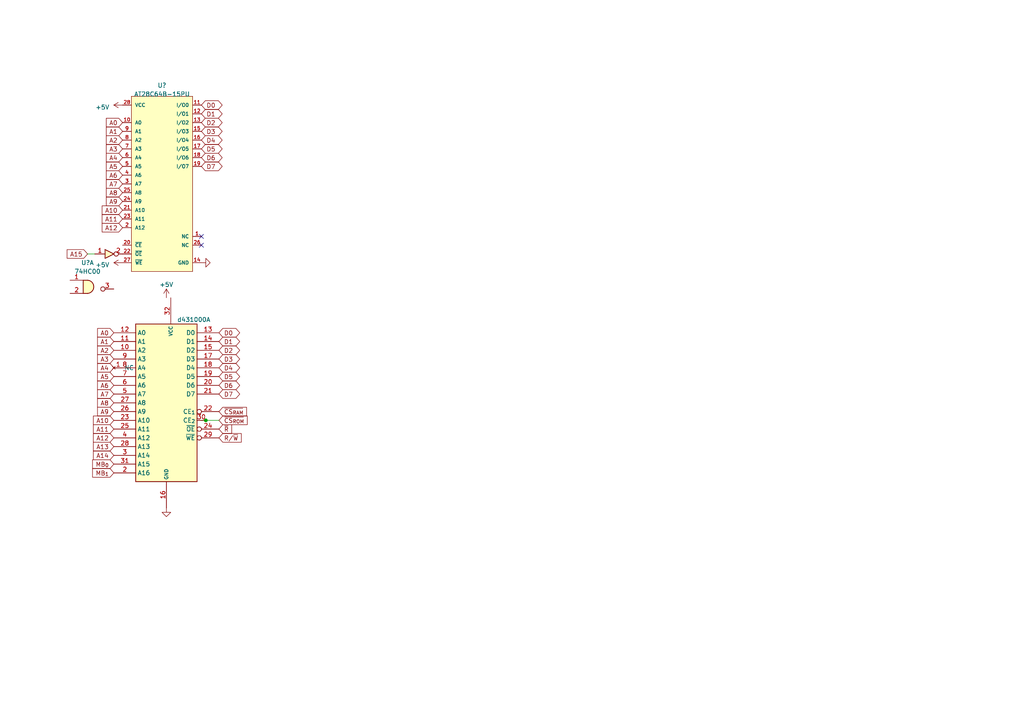
<source format=kicad_sch>
(kicad_sch (version 20230121) (generator eeschema)
  (paper "A4")
  (lib_symbols
    (symbol "74xx:74HC00" (pin_names (offset 1.016))
      (property "Reference" "U?" (at -0.0083 7.62 0))
      (property "Value" "74HC00" (at -0.0083 5.08 0))
      (symbol "74HC00_1_1"
        (arc (start 0 -1.27) (mid 1.7945 0.635) (end 0 2.54) (stroke (width 0.254)) (fill (type background)))
        (polyline (pts (xy 0 2.54) (xy -1.27 2.54) (xy -1.27 -1.27) (xy 0 -1.27)) (stroke (width 0.254)) (fill (type background)))
        (pin input line (at -5.08 2.54 0) (length 3.81) (name "~") (number "1"))
        (pin input line (at -5.08 -1.27 0) (length 3.81) (name "~") (number "2"))
        (pin output inverted (at 7.62 0 180) (length 3.81) (name "~") (number "3"))
      )
      (symbol "74HC00_1_2"
        (arc (start -3.81 -3.81) (mid -2.589 0) (end -3.81 3.81) (stroke (width 0.254)))
        (arc (start -0.6096 -3.81) (mid 2.1842 -2.5851) (end 3.81 0) (stroke (width 0.254)) (fill (type background)))
        (polyline (pts (xy -3.81 -3.81) (xy -0.635 -3.81)) (stroke (width 0.254)) (fill (type background)))
        (polyline (pts (xy -3.81 3.81) (xy -0.635 3.81)) (stroke (width 0.254)) (fill (type background)))
        (polyline (pts (xy -0.635 3.81) (xy -3.81 3.81) (xy -3.81 3.81) (xy -3.556 3.4036) (xy -3.0226 2.2606) (xy -2.6924 1.0414) (xy -2.6162 -0.254) (xy -2.7686 -1.4986) (xy -3.175 -2.7178) (xy -3.81 -3.81) (xy -3.81 -3.81) (xy -0.635 -3.81)) (stroke (width -25.4)) (fill (type background)))
        (arc (start 3.81 0) (mid 2.1915 2.5936) (end -0.6096 3.81) (stroke (width 0.254)) (fill (type background)))
        (pin input inverted (at -7.62 2.54 0) (length 4.318) (name "~") (number "1"))
        (pin input inverted (at -7.62 -2.54 0) (length 4.318) (name "~") (number "2"))
        (pin output line (at 7.62 0 180) (length 3.81) (name "~") (number "3"))
      )
      (symbol "74HC00_2_1"
        (arc (start 0 -3.81) (mid 3.7934 0) (end 0 3.81) (stroke (width 0.254)) (fill (type background)))
        (polyline (pts (xy 0 3.81) (xy -3.81 3.81) (xy -3.81 -3.81) (xy 0 -3.81)) (stroke (width 0.254)) (fill (type background)))
        (pin input line (at -7.62 2.54 0) (length 3.81) (name "~") (number "4"))
        (pin input line (at -7.62 -2.54 0) (length 3.81) (name "~") (number "5"))
        (pin output inverted (at 7.62 0 180) (length 3.81) (name "~") (number "6"))
      )
      (symbol "74HC00_2_2"
        (arc (start -3.81 -3.81) (mid -2.589 0) (end -3.81 3.81) (stroke (width 0.254)))
        (arc (start -0.6096 -3.81) (mid 2.1842 -2.5851) (end 3.81 0) (stroke (width 0.254)) (fill (type background)))
        (polyline (pts (xy -3.81 -3.81) (xy -0.635 -3.81)) (stroke (width 0.254)) (fill (type background)))
        (polyline (pts (xy -3.81 3.81) (xy -0.635 3.81)) (stroke (width 0.254)) (fill (type background)))
        (polyline (pts (xy -0.635 3.81) (xy -3.81 3.81) (xy -3.81 3.81) (xy -3.556 3.4036) (xy -3.0226 2.2606) (xy -2.6924 1.0414) (xy -2.6162 -0.254) (xy -2.7686 -1.4986) (xy -3.175 -2.7178) (xy -3.81 -3.81) (xy -3.81 -3.81) (xy -0.635 -3.81)) (stroke (width -25.4)) (fill (type background)))
        (arc (start 3.81 0) (mid 2.1915 2.5936) (end -0.6096 3.81) (stroke (width 0.254)) (fill (type background)))
        (pin input inverted (at -7.62 2.54 0) (length 4.318) (name "~") (number "4"))
        (pin input inverted (at -7.62 -2.54 0) (length 4.318) (name "~") (number "5"))
        (pin output line (at 7.62 0 180) (length 3.81) (name "~") (number "6"))
      )
      (symbol "74HC00_3_1"
        (arc (start 0 -3.81) (mid 3.7934 0) (end 0 3.81) (stroke (width 0.254)) (fill (type background)))
        (polyline (pts (xy 0 3.81) (xy -3.81 3.81) (xy -3.81 -3.81) (xy 0 -3.81)) (stroke (width 0.254)) (fill (type background)))
        (pin input line (at -7.62 -2.54 0) (length 3.81) (name "~") (number "10"))
        (pin output inverted (at 7.62 0 180) (length 3.81) (name "~") (number "8"))
        (pin input line (at -7.62 2.54 0) (length 3.81) (name "~") (number "9"))
      )
      (symbol "74HC00_3_2"
        (arc (start -3.81 -3.81) (mid -2.589 0) (end -3.81 3.81) (stroke (width 0.254)))
        (arc (start -0.6096 -3.81) (mid 2.1842 -2.5851) (end 3.81 0) (stroke (width 0.254)) (fill (type background)))
        (polyline (pts (xy -3.81 -3.81) (xy -0.635 -3.81)) (stroke (width 0.254)) (fill (type background)))
        (polyline (pts (xy -3.81 3.81) (xy -0.635 3.81)) (stroke (width 0.254)) (fill (type background)))
        (polyline (pts (xy -0.635 3.81) (xy -3.81 3.81) (xy -3.81 3.81) (xy -3.556 3.4036) (xy -3.0226 2.2606) (xy -2.6924 1.0414) (xy -2.6162 -0.254) (xy -2.7686 -1.4986) (xy -3.175 -2.7178) (xy -3.81 -3.81) (xy -3.81 -3.81) (xy -0.635 -3.81)) (stroke (width -25.4)) (fill (type background)))
        (arc (start 3.81 0) (mid 2.1915 2.5936) (end -0.6096 3.81) (stroke (width 0.254)) (fill (type background)))
        (pin input inverted (at -7.62 -2.54 0) (length 4.318) (name "~") (number "10"))
        (pin output line (at 7.62 0 180) (length 3.81) (name "~") (number "8"))
        (pin input inverted (at -7.62 2.54 0) (length 4.318) (name "~") (number "9"))
      )
      (symbol "74HC00_4_1"
        (arc (start 0 -3.81) (mid 3.7934 0) (end 0 3.81) (stroke (width 0.254)) (fill (type background)))
        (polyline (pts (xy 0 3.81) (xy -3.81 3.81) (xy -3.81 -3.81) (xy 0 -3.81)) (stroke (width 0.254)) (fill (type background)))
        (pin output inverted (at 7.62 0 180) (length 3.81) (name "~") (number "11"))
        (pin input line (at -7.62 2.54 0) (length 3.81) (name "~") (number "12"))
        (pin input line (at -7.62 -2.54 0) (length 3.81) (name "~") (number "13"))
      )
      (symbol "74HC00_4_2"
        (arc (start -3.81 -3.81) (mid -2.589 0) (end -3.81 3.81) (stroke (width 0.254)))
        (arc (start -0.6096 -3.81) (mid 2.1842 -2.5851) (end 3.81 0) (stroke (width 0.254)) (fill (type background)))
        (polyline (pts (xy -3.81 -3.81) (xy -0.635 -3.81)) (stroke (width 0.254)) (fill (type background)))
        (polyline (pts (xy -3.81 3.81) (xy -0.635 3.81)) (stroke (width 0.254)) (fill (type background)))
        (polyline (pts (xy -0.635 3.81) (xy -3.81 3.81) (xy -3.81 3.81) (xy -3.556 3.4036) (xy -3.0226 2.2606) (xy -2.6924 1.0414) (xy -2.6162 -0.254) (xy -2.7686 -1.4986) (xy -3.175 -2.7178) (xy -3.81 -3.81) (xy -3.81 -3.81) (xy -0.635 -3.81)) (stroke (width -25.4)) (fill (type background)))
        (arc (start 3.81 0) (mid 2.1915 2.5936) (end -0.6096 3.81) (stroke (width 0.254)) (fill (type background)))
        (pin output line (at 7.62 0 180) (length 3.81) (name "~") (number "11"))
        (pin input inverted (at -7.62 2.54 0) (length 4.318) (name "~") (number "12"))
        (pin input inverted (at -7.62 -2.54 0) (length 4.318) (name "~") (number "13"))
      )
      (symbol "74HC00_5_0"
        (pin power_in line (at 0 12.7 270) (length 5.08) (name "VCC") (number "14"))
        (pin power_in line (at 0 -12.7 90) (length 5.08) (name "GND") (number "7"))
      )
      (symbol "74HC00_5_1"
        (rectangle (start -5.08 7.62) (end 5.08 -7.62) (stroke (width 0.254)) (fill (type background)))
      )
    )
    (symbol "74xx:74LS04"
      (symbol "74LS04_1_0"
        (polyline (pts (xy -2.54 1.27) (xy -2.54 -1.27) (xy 0 0) (xy -2.54 1.27)) (stroke (width 0.254)) (fill (type background)))
        (pin input line (at -5.54 0 0) (length 3) (name "~") (number "1"))
        (pin output inverted (at 2.54 0 180) (length 2.5) (name "~") (number "2"))
      )
      (symbol "74LS04_2_0"
        (polyline (pts (xy -3.81 3.81) (xy -3.81 -3.81) (xy 3.81 0) (xy -3.81 3.81)) (stroke (width 0.254)) (fill (type background)))
        (pin input line (at -7.62 0 0) (length 3.81) (name "~") (number "3"))
        (pin output inverted (at 7.62 0 180) (length 3.81) (name "~") (number "4"))
      )
      (symbol "74LS04_3_0"
        (polyline (pts (xy -3.81 3.81) (xy -3.81 -3.81) (xy 3.81 0) (xy -3.81 3.81)) (stroke (width 0.254)) (fill (type background)))
        (pin input line (at -7.62 0 0) (length 3.81) (name "~") (number "5"))
        (pin output inverted (at 7.62 0 180) (length 3.81) (name "~") (number "6"))
      )
      (symbol "74LS04_4_0"
        (polyline (pts (xy -3.81 3.81) (xy -3.81 -3.81) (xy 3.81 0) (xy -3.81 3.81)) (stroke (width 0.254)) (fill (type background)))
        (pin output inverted (at 7.62 0 180) (length 3.81) (name "~") (number "8"))
        (pin input line (at -7.62 0 0) (length 3.81) (name "~") (number "9"))
      )
      (symbol "74LS04_5_0"
        (polyline (pts (xy -3.81 3.81) (xy -3.81 -3.81) (xy 3.81 0) (xy -3.81 3.81)) (stroke (width 0.254)) (fill (type background)))
        (pin output inverted (at 7.62 0 180) (length 3.81) (name "~") (number "10"))
        (pin input line (at -7.62 0 0) (length 3.81) (name "~") (number "11"))
      )
      (symbol "74LS04_6_0"
        (polyline (pts (xy -3.81 3.81) (xy -3.81 -3.81) (xy 3.81 0) (xy -3.81 3.81)) (stroke (width 0.254)) (fill (type background)))
        (pin output inverted (at 7.62 0 180) (length 3.81) (name "~") (number "12"))
        (pin input line (at -7.62 0 0) (length 3.81) (name "~") (number "13"))
      )
      (symbol "74LS04_7_0"
        (pin power_in line (at 0 12.7 270) (length 5.08) (name "VCC") (number "14"))
        (pin power_in line (at 0 -12.7 90) (length 5.08) (name "GND") (number "7"))
      )
      (symbol "74LS04_7_1"
        (rectangle (start -5.08 7.62) (end 5.08 -7.62) (stroke (width 0.254)) (fill (type background)))
      )
    )
    (symbol "memory:AT28C64B-15PU" (pin_names (offset 1.016))
      (property "Reference" "U" (at 0 5.08 0))
      (property "Value" "AT28C64B-15PU" (at 0 7.62 0))
      (symbol "AT28C64B-15PU_1_1"
        (rectangle (start 5.08 2.54) (end 22.86 -48.26) (fill (type background)))
        (pin unspecified line (at 25.4 -38.1 180) (length 2.54) (name "NC") (number "1"))
        (pin input line (at 2.54 -5.08 0) (length 2.54) (name "A0") (number "10"))
        (pin bidirectional line (at 25.4 0 180) (length 2.54) (name "I/O0") (number "11"))
        (pin bidirectional line (at 25.4 -2.54 180) (length 2.54) (name "I/O1") (number "12"))
        (pin bidirectional line (at 25.4 -5.08 180) (length 2.54) (name "I/O2") (number "13"))
        (pin power_in line (at 25.4 -45.72 180) (length 2.54) (name "GND") (number "14"))
        (pin bidirectional line (at 25.4 -7.62 180) (length 2.54) (name "I/O3") (number "15"))
        (pin bidirectional line (at 25.4 -10.16 180) (length 2.54) (name "I/O4") (number "16"))
        (pin bidirectional line (at 25.4 -12.7 180) (length 2.54) (name "I/O5") (number "17"))
        (pin bidirectional line (at 25.4 -15.24 180) (length 2.54) (name "I/O6") (number "18"))
        (pin bidirectional line (at 25.4 -17.78 180) (length 2.54) (name "I/O7") (number "19"))
        (pin input line (at 2.54 -35.56 0) (length 2.54) (name "A12") (number "2"))
        (pin input line (at 2.54 -40.64 0) (length 2.54) (name "~{CE}") (number "20"))
        (pin input line (at 2.54 -30.48 0) (length 2.54) (name "A10") (number "21"))
        (pin input line (at 2.54 -43.18 0) (length 2.54) (name "~{OE}") (number "22"))
        (pin input line (at 2.54 -33.02 0) (length 2.54) (name "A11") (number "23"))
        (pin input line (at 2.54 -27.94 0) (length 2.54) (name "A9") (number "24"))
        (pin input line (at 2.54 -25.4 0) (length 2.54) (name "A8") (number "25"))
        (pin unspecified line (at 25.4 -40.64 180) (length 2.54) (name "NC") (number "26"))
        (pin input line (at 2.54 -45.72 0) (length 2.54) (name "~{WE}") (number "27"))
        (pin power_in line (at 2.54 0 0) (length 2.54) (name "VCC") (number "28"))
        (pin input line (at 2.54 -22.86 0) (length 2.54) (name "A7") (number "3"))
        (pin input line (at 2.54 -20.32 0) (length 2.54) (name "A6") (number "4"))
        (pin input line (at 2.54 -17.78 0) (length 2.54) (name "A5") (number "5"))
        (pin input line (at 2.54 -15.24 0) (length 2.54) (name "A4") (number "6"))
        (pin input line (at 2.54 -12.7 0) (length 2.54) (name "A3") (number "7"))
        (pin input line (at 2.54 -10.16 0) (length 2.54) (name "A2") (number "8"))
        (pin input line (at 2.54 -7.62 0) (length 2.54) (name "A1") (number "9"))
      )
    )
    (symbol "memory:d431000A"
      (property "Value" "d431000A" (at 7.62 -31.75 0))
      (symbol "d431000A_0_1"
        (rectangle (start -8.89 22.86) (end 8.89 -22.86) (stroke (width 0.254)) (fill (type background)))
      )
      (symbol "d431000A_1_0"
        (pin no_connect line (at -15.24 10.16 0) (length 2.54) (name "NC") (number "1"))
        (pin input line (at 11.43 -5.08 180) (length 2.54) (name "CE_{2}") (number "30"))
      )
      (symbol "d431000A_1_1"
        (pin input line (at -15.24 15.24 0) (length 6.35) (name "A2") (number "10"))
        (pin input line (at -15.24 17.78 0) (length 6.35) (name "A1") (number "11"))
        (pin input line (at -15.24 20.32 0) (length 6.35) (name "A0") (number "12"))
        (pin tri_state line (at 15.24 20.32 180) (length 6.35) (name "D0") (number "13"))
        (pin tri_state line (at 15.24 17.78 180) (length 6.35) (name "D1") (number "14"))
        (pin tri_state line (at 15.24 15.24 180) (length 6.35) (name "D2") (number "15"))
        (pin power_in line (at 0 -30.48 90) (length 7.62) (name "GND") (number "16"))
        (pin tri_state line (at 15.24 12.7 180) (length 6.35) (name "D3") (number "17"))
        (pin tri_state line (at 15.24 10.16 180) (length 6.35) (name "D4") (number "18"))
        (pin tri_state line (at 15.24 7.62 180) (length 6.35) (name "D5") (number "19"))
        (pin input line (at -15.24 -20.32 0) (length 6.35) (name "A16") (number "2"))
        (pin tri_state line (at 15.24 5.08 180) (length 6.35) (name "D6") (number "20"))
        (pin tri_state line (at 15.24 2.54 180) (length 6.35) (name "D7") (number "21"))
        (pin input inverted (at 15.24 -2.54 180) (length 6.35) (name "CE_{1}") (number "22"))
        (pin input line (at -15.24 -5.08 0) (length 6.35) (name "A10") (number "23"))
        (pin input inverted (at 15.24 -7.62 180) (length 6.35) (name "~{OE}") (number "24"))
        (pin input line (at -15.24 -7.62 0) (length 6.35) (name "A11") (number "25"))
        (pin input line (at -15.24 -2.54 0) (length 6.35) (name "A9") (number "26"))
        (pin input line (at -15.24 0 0) (length 6.35) (name "A8") (number "27"))
        (pin input line (at -15.24 -12.7 0) (length 6.35) (name "A13") (number "28"))
        (pin input inverted (at 15.24 -10.16 180) (length 6.35) (name "~{WE}") (number "29"))
        (pin input line (at -15.24 -15.24 0) (length 6.35) (name "A14") (number "3"))
        (pin input line (at -15.24 -17.78 0) (length 6.35) (name "A15") (number "31"))
        (pin power_in line (at 1.27 30.48 270) (length 7.62) (name "VCC") (number "32"))
        (pin input line (at -15.24 -10.16 0) (length 6.35) (name "A12") (number "4"))
        (pin input line (at -15.24 2.54 0) (length 6.35) (name "A7") (number "5"))
        (pin input line (at -15.24 5.08 0) (length 6.35) (name "A6") (number "6"))
        (pin input line (at -15.24 7.62 0) (length 6.35) (name "A5") (number "7"))
        (pin input line (at -15.24 10.16 0) (length 6.35) (name "A4") (number "8"))
        (pin input line (at -15.24 12.7 0) (length 6.35) (name "A3") (number "9"))
      )
    )
    (symbol "power:+5V" (power) (pin_names (offset 0))
      (property "Value" "+5V" (at 0 3.556 0))
      (symbol "+5V_0_1"
        (polyline (pts (xy -0.762 1.27) (xy 0 2.54)))
        (polyline (pts (xy 0 0) (xy 0 2.54)))
        (polyline (pts (xy 0 2.54) (xy 0.762 1.27)))
      )
      (symbol "+5V_1_1"
        (pin power_in line (at 0 0 90) (length 0) hide (name "+5V") (number "1"))
      )
    )
    (symbol "power:GND" (power) (pin_names (offset 0))
      (property "Value" "GND" (at 0 -3.81 0))
      (symbol "GND_0_1"
        (polyline (pts (xy 0 0) (xy 0 -1.27) (xy 1.27 -1.27) (xy 0 -2.54) (xy -1.27 -1.27) (xy 0 -1.27)))
      )
      (symbol "GND_1_1"
        (pin power_in line (at 0 0 270) (length 0) hide (name "GND") (number "1"))
      )
    )
  )
  (junction (at 59.69 121.92))
  (no_connect (at 58.42 68.58))
  (no_connect (at 58.42 71.12))
  (wire (pts (xy 27.48 73.66) (xy 25.4 73.66)))
  (wire (pts (xy 59.69 121.92) (xy 58.42 121.92)))
  (wire (pts (xy 63.5 121.92) (xy 59.69 121.92)))
  (global_label "A5" (shape input) (at 35.56 48.26 180) (property "Intersheetrefs" "${INTERSHEET_REFS}" (effects hide)))
  (global_label "A1" (shape input) (at 35.56 38.1 180) (property "Intersheetrefs" "${INTERSHEET_REFS}" (effects hide)))
  (global_label "D4" (shape tri_state) (at 58.42 40.64 0) (property "Intersheetrefs" "${INTERSHEET_REFS}" (effects hide)))
  (global_label "A15" (shape input) (at 25.4 73.66 180) (property "Intersheetrefs" "${INTERSHEET_REFS}" (effects hide)))
  (global_label "~{R}" (shape input) (at 63.5 124.46 0) (property "Intersheetrefs" "${INTERSHEET_REFS}" (effects hide)))
  (global_label "D0" (shape bidirectional) (at 63.5 96.52 0) (property "Intersheetrefs" "${INTERSHEET_REFS}" (effects hide)))
  (global_label "D7" (shape bidirectional) (at 63.5 114.3 0) (property "Intersheetrefs" "${INTERSHEET_REFS}" (effects hide)))
  (global_label "A6" (shape input) (at 33.02 111.76 180) (property "Intersheetrefs" "${INTERSHEET_REFS}" (effects hide)))
  (global_label "MB_{0}" (shape input) (at 33.02 134.62 180) (property "Intersheetrefs" "${INTERSHEET_REFS}" (effects hide)))
  (global_label "A2" (shape input) (at 33.02 101.6 180) (property "Intersheetrefs" "${INTERSHEET_REFS}" (effects hide)))
  (global_label "A13" (shape input) (at 33.02 129.54 180) (property "Intersheetrefs" "${INTERSHEET_REFS}" (effects hide)))
  (global_label "A4" (shape input) (at 33.02 106.68 180) (property "Intersheetrefs" "${INTERSHEET_REFS}" (effects hide)))
  (global_label "A9" (shape input) (at 35.56 58.42 180) (property "Intersheetrefs" "${INTERSHEET_REFS}" (effects hide)))
  (global_label "D5" (shape tri_state) (at 58.42 43.18 0) (property "Intersheetrefs" "${INTERSHEET_REFS}" (effects hide)))
  (global_label "A8" (shape input) (at 35.56 55.88 180) (property "Intersheetrefs" "${INTERSHEET_REFS}" (effects hide)))
  (global_label "D4" (shape bidirectional) (at 63.5 106.68 0) (property "Intersheetrefs" "${INTERSHEET_REFS}" (effects hide)))
  (global_label "A8" (shape input) (at 33.02 116.84 180) (property "Intersheetrefs" "${INTERSHEET_REFS}" (effects hide)))
  (global_label "A11" (shape input) (at 35.56 63.5 180) (property "Intersheetrefs" "${INTERSHEET_REFS}" (effects hide)))
  (global_label "D5" (shape bidirectional) (at 63.5 109.22 0) (property "Intersheetrefs" "${INTERSHEET_REFS}" (effects hide)))
  (global_label "D7" (shape tri_state) (at 58.42 48.26 0) (property "Intersheetrefs" "${INTERSHEET_REFS}" (effects hide)))
  (global_label "A2" (shape input) (at 35.56 40.64 180) (property "Intersheetrefs" "${INTERSHEET_REFS}" (effects hide)))
  (global_label "A5" (shape input) (at 33.02 109.22 180) (property "Intersheetrefs" "${INTERSHEET_REFS}" (effects hide)))
  (global_label "D6" (shape bidirectional) (at 63.5 111.76 0) (property "Intersheetrefs" "${INTERSHEET_REFS}" (effects hide)))
  (global_label "D6" (shape tri_state) (at 58.42 45.72 0) (property "Intersheetrefs" "${INTERSHEET_REFS}" (effects hide)))
  (global_label "A0" (shape input) (at 35.56 35.56 180) (property "Intersheetrefs" "${INTERSHEET_REFS}" (effects hide)))
  (global_label "R{slash}~{W}" (shape input) (at 63.5 127 0) (property "Intersheetrefs" "${INTERSHEET_REFS}" (effects hide)))
  (global_label "A7" (shape input) (at 33.02 114.3 180) (property "Intersheetrefs" "${INTERSHEET_REFS}" (effects hide)))
  (global_label "D1" (shape bidirectional) (at 63.5 99.06 0) (property "Intersheetrefs" "${INTERSHEET_REFS}" (effects hide)))
  (global_label "A0" (shape input) (at 33.02 96.52 180) (property "Intersheetrefs" "${INTERSHEET_REFS}" (effects hide)))
  (global_label "~{CS_{ROM}}" (shape input) (at 63.5 121.92 0) (property "Intersheetrefs" "${INTERSHEET_REFS}" (effects hide)))
  (global_label "A3" (shape input) (at 33.02 104.14 180) (property "Intersheetrefs" "${INTERSHEET_REFS}" (effects hide)))
  (global_label "A11" (shape input) (at 33.02 124.46 180) (property "Intersheetrefs" "${INTERSHEET_REFS}" (effects hide)))
  (global_label "A12" (shape input) (at 35.56 66.04 180) (property "Intersheetrefs" "${INTERSHEET_REFS}" (effects hide)))
  (global_label "A9" (shape input) (at 33.02 119.38 180) (property "Intersheetrefs" "${INTERSHEET_REFS}" (effects hide)))
  (global_label "A3" (shape input) (at 35.56 43.18 180) (property "Intersheetrefs" "${INTERSHEET_REFS}" (effects hide)))
  (global_label "A4" (shape input) (at 35.56 45.72 180) (property "Intersheetrefs" "${INTERSHEET_REFS}" (effects hide)))
  (global_label "A12" (shape input) (at 33.02 127 180) (property "Intersheetrefs" "${INTERSHEET_REFS}" (effects hide)))
  (global_label "A7" (shape input) (at 35.56 53.34 180) (property "Intersheetrefs" "${INTERSHEET_REFS}" (effects hide)))
  (global_label "D2" (shape bidirectional) (at 63.5 101.6 0) (property "Intersheetrefs" "${INTERSHEET_REFS}" (effects hide)))
  (global_label "A6" (shape input) (at 35.56 50.8 180) (property "Intersheetrefs" "${INTERSHEET_REFS}" (effects hide)))
  (global_label "MB_{1}" (shape input) (at 33.02 137.16 180) (property "Intersheetrefs" "${INTERSHEET_REFS}" (effects hide)))
  (global_label "A10" (shape input) (at 33.02 121.92 180) (property "Intersheetrefs" "${INTERSHEET_REFS}" (effects hide)))
  (global_label "~{CS_{RAM}}" (shape input) (at 63.5 119.38 0) (property "Intersheetrefs" "${INTERSHEET_REFS}" (effects hide)))
  (global_label "A14" (shape input) (at 33.02 132.08 180) (property "Intersheetrefs" "${INTERSHEET_REFS}" (effects hide)))
  (global_label "D3" (shape tri_state) (at 58.42 38.1 0) (property "Intersheetrefs" "${INTERSHEET_REFS}" (effects hide)))
  (global_label "D0" (shape tri_state) (at 58.42 30.48 0) (property "Intersheetrefs" "${INTERSHEET_REFS}" (effects hide)))
  (global_label "A10" (shape input) (at 35.56 60.96 180) (property "Intersheetrefs" "${INTERSHEET_REFS}" (effects hide)))
  (global_label "D3" (shape bidirectional) (at 63.5 104.14 0) (property "Intersheetrefs" "${INTERSHEET_REFS}" (effects hide)))
  (global_label "D2" (shape tri_state) (at 58.42 35.56 0) (property "Intersheetrefs" "${INTERSHEET_REFS}" (effects hide)))
  (global_label "A1" (shape input) (at 33.02 99.06 180) (property "Intersheetrefs" "${INTERSHEET_REFS}" (effects hide)))
  (global_label "D1" (shape tri_state) (at 58.42 33.02 0) (property "Intersheetrefs" "${INTERSHEET_REFS}" (effects hide)))
  (symbol (lib_id "power:+5V") (at 48.26 86.36 0) (unit 1)
    (property "Reference" "#PWR023" (effects hide))
    (property "Value" "+5V" (at 48.26 82.55 0))
    (instances (project "6802 v2" (path "" (reference "#PWR023") (unit 1)) (path "" (reference "#PWR06") (unit 1))))
  )
  (symbol (lib_id "memory:AT28C64B-15PU") (at 33.02 30.48 0) (unit 1)
    (property "Reference" "U?" (at 46.99 24.765 0))
    (property "Value" "AT28C64B-15PU" (at 46.99 27.305 0))
    (property "Footprint" "Microchip-28P6-0-0-*" (effects hide))
    (property "Datasheet" "http://ww1.microchip.com/downloads/en/DeviceDoc/doc0270.pdf" (effects hide))
    (property "Access Time" "150ns" (effects hide))
    (property "Memory Size" "64Kb (8K x 8)" (effects hide))
    (property "Technology" "EEPROM" (effects hide))
    (property "Voltage - Supply" "4.5V ~{} 5.5V" (effects hide))
    (property "category" "IC" (effects hide))
    (property "digikey description" "EEPROM Memory IC 64Kb (8K x 8) Parallel  150ns 28-PDIP" (effects hide))
    (property "digikey part number" "AT28C64B-15PU-ND" (effects hide))
    (property "ipc land pattern name" "DIP1556W46P254L3702H483Q28" (effects hide))
    (property "lead free" "yes" (effects hide))
    (property "library id" "a820f96a93be55bf" (effects hide))
    (property "manufacturer" "Microchip" (effects hide))
    (property "mouser part number" "556-AT28C64B15PU" (effects hide))
    (property "package" "PDIP28" (effects hide))
    (property "rohs" "yes" (effects hide))
    (property "temperature range high" "+85°C" (effects hide))
    (property "temperature range low" "-40°C" (effects hide))
  )
  (symbol (lib_id "74xx:74HC00") (at 25.4 83.82 0) (unit 1)
    (property "Reference" "U?" (at 25.3917 76.2 0))
    (property "Value" "74HC00" (at 25.3917 78.74 0))
    (property "Datasheet" "http://www.ti.com/lit/gpn/sn74hc00" (effects hide))
  )
  (symbol (lib_id "74xx:74LS04") (at 33.02 73.66 0) (unit 1)
    (property "Reference" "U?" (effects hide))
    (property "Value" "74LS04" (effects hide))
    (property "Footprint" "Package_DIP:DIP-14_W7.62mm_Socket" (effects hide))
    (property "Datasheet" "http://www.ti.com/lit/gpn/sn74LS04" (effects hide))
    (instances (project "6802 v2" (path "" (reference "U?") (unit 1)) (path "" (reference "U9") (unit 1))))
  )
  (symbol (lib_id "power:+5V") (at 35.56 76.2 90) (unit 1)
    (property "Reference" "#PWR023" (effects hide))
    (property "Value" "+5V" (at 31.75 76.835 90) (effects (justify left)))
    (instances (project "6802 v2" (path "" (reference "#PWR023") (unit 1)) (path "" (reference "#PWR017") (unit 1))))
  )
  (symbol (lib_id "power:+5V") (at 35.56 30.48 90) (unit 1)
    (property "Reference" "#PWR023" (effects hide))
    (property "Value" "+5V" (at 31.75 31.115 90) (effects (justify left)))
    (instances (project "6802 v2" (path "" (reference "#PWR023") (unit 1)) (path "" (reference "#PWR013") (unit 1))))
  )
  (symbol (lib_id "memory:d431000A") (at 48.26 116.84 0) (unit 1)
    (property "Reference" "U?" (effects hide))
    (property "Value" "d431000A" (at 51.3589 92.71 0) (effects (justify left)))
  )
  (symbol (lib_id "power:GND") (at 58.42 76.2 90) (unit 1)
    (property "Reference" "#PWR025" (effects hide))
    (property "Value" "GND" (effects hide))
    (instances (project "6802 v2" (path "" (reference "#PWR025") (unit 1)) (path "" (reference "#PWR010") (unit 1))))
  )
  (symbol (lib_id "power:GND") (at 48.26 147.32 0) (unit 1)
    (property "Reference" "#PWR025" (effects hide))
    (property "Value" "GND" (effects hide))
    (instances (project "6802 v2" (path "" (reference "#PWR025") (unit 1)) (path "" (reference "#PWR03") (unit 1))))
  )
)
</source>
